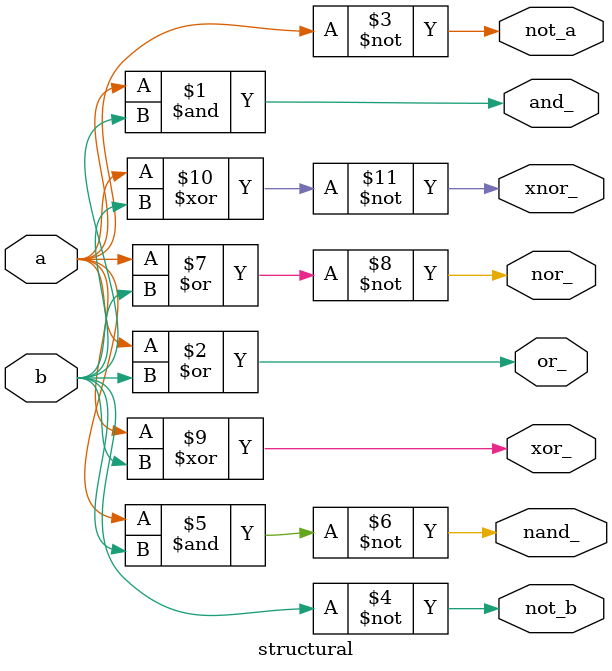
<source format=v>
module structural(a,b,and_, or_, not_a, not_b, nand_, nor_,xor_,xnor_);

input a,b;
output and_, or_, not_a, not_b, nand_, nor_,xor_,xnor_;

assign and_ = a&b;
assign or_ = a|b;
assign not_a = ~a;
assign not_b = ~b;
assign nand_ = ~(a&b);
assign nor_ = ~(a|b);
assign xor_ = a^b;
assign xnor_ = ~(a^b);

endmodule
</source>
